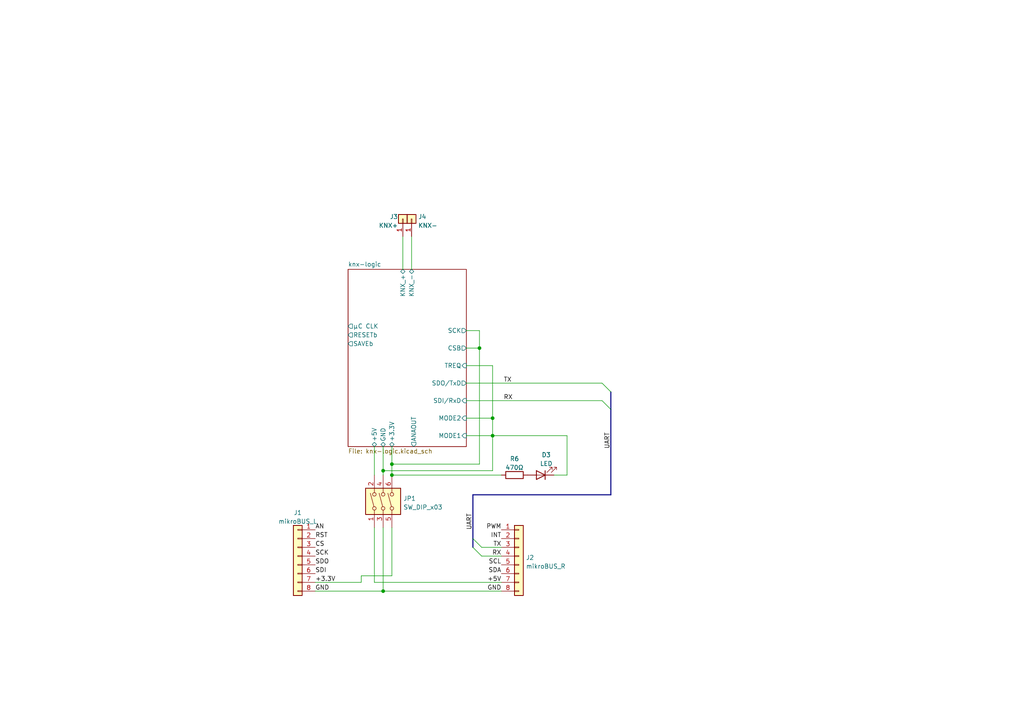
<source format=kicad_sch>
(kicad_sch (version 20211123) (generator eeschema)
  (paper "A4")
  (lib_symbols
    (symbol "Connector_Generic:Conn_01x01" (pin_names (offset 1.016) hide)
      (property "Reference" "J" (at 0 2.54 0))
      (property "Value" "Conn_01x01" (at 0 -2.54 0))
      (symbol "Conn_01x01_1_1"
        (rectangle (start -1.27 0.127) (end 0 -0.127) (stroke (width 0.1524)))
        (rectangle (start -1.27 1.27) (end 1.27 -1.27) (stroke (width 0.254)) (fill (type background)))
        (pin passive line (at -5.08 0 0) (length 3.81) (name "Pin_1") (number "1"))
      )
    )
    (symbol "Connector_Generic:Conn_01x08" (pin_names (offset 1.016) hide)
      (property "Reference" "J" (at 0 10.16 0))
      (property "Value" "Conn_01x08" (at 0 -12.7 0))
      (symbol "Conn_01x08_1_1"
        (rectangle (start -1.27 -10.033) (end 0 -10.287) (stroke (width 0.1524)))
        (rectangle (start -1.27 -7.493) (end 0 -7.747) (stroke (width 0.1524)))
        (rectangle (start -1.27 -4.953) (end 0 -5.207) (stroke (width 0.1524)))
        (rectangle (start -1.27 -2.413) (end 0 -2.667) (stroke (width 0.1524)))
        (rectangle (start -1.27 0.127) (end 0 -0.127) (stroke (width 0.1524)))
        (rectangle (start -1.27 2.667) (end 0 2.413) (stroke (width 0.1524)))
        (rectangle (start -1.27 5.207) (end 0 4.953) (stroke (width 0.1524)))
        (rectangle (start -1.27 7.747) (end 0 7.493) (stroke (width 0.1524)))
        (rectangle (start -1.27 8.89) (end 1.27 -11.43) (stroke (width 0.254)) (fill (type background)))
        (pin passive line (at -5.08 7.62 0) (length 3.81) (name "Pin_1") (number "1"))
        (pin passive line (at -5.08 5.08 0) (length 3.81) (name "Pin_2") (number "2"))
        (pin passive line (at -5.08 2.54 0) (length 3.81) (name "Pin_3") (number "3"))
        (pin passive line (at -5.08 0 0) (length 3.81) (name "Pin_4") (number "4"))
        (pin passive line (at -5.08 -2.54 0) (length 3.81) (name "Pin_5") (number "5"))
        (pin passive line (at -5.08 -5.08 0) (length 3.81) (name "Pin_6") (number "6"))
        (pin passive line (at -5.08 -7.62 0) (length 3.81) (name "Pin_7") (number "7"))
        (pin passive line (at -5.08 -10.16 0) (length 3.81) (name "Pin_8") (number "8"))
      )
    )
    (symbol "Device:LED" (pin_numbers hide) (pin_names (offset 1.016) hide)
      (property "Reference" "D" (at 0 2.54 0))
      (property "Value" "LED" (at 0 -2.54 0))
      (symbol "LED_0_1"
        (polyline (pts (xy -1.27 -1.27) (xy -1.27 1.27)) (stroke (width 0.254)))
        (polyline (pts (xy -1.27 0) (xy 1.27 0)))
        (polyline (pts (xy 1.27 -1.27) (xy 1.27 1.27) (xy -1.27 0) (xy 1.27 -1.27)) (stroke (width 0.254)))
        (polyline (pts (xy -3.048 -0.762) (xy -4.572 -2.286) (xy -3.81 -2.286) (xy -4.572 -2.286) (xy -4.572 -1.524)))
        (polyline (pts (xy -1.778 -0.762) (xy -3.302 -2.286) (xy -2.54 -2.286) (xy -3.302 -2.286) (xy -3.302 -1.524)))
      )
      (symbol "LED_1_1"
        (pin passive line (at -3.81 0 0) (length 2.54) (name "K") (number "1"))
        (pin passive line (at 3.81 0 180) (length 2.54) (name "A") (number "2"))
      )
    )
    (symbol "Device:R" (pin_numbers hide) (pin_names (offset 0))
      (property "Reference" "R" (at 2.032 0 90))
      (property "Value" "R" (at 0 0 90))
      (symbol "R_0_1"
        (rectangle (start -1.016 -2.54) (end 1.016 2.54) (stroke (width 0.254)))
      )
      (symbol "R_1_1"
        (pin passive line (at 0 3.81 270) (length 1.27) (name "~") (number "1"))
        (pin passive line (at 0 -3.81 90) (length 1.27) (name "~") (number "2"))
      )
    )
    (symbol "Switch_Pairwise:SW_DIP_x03_Pairwise" (pin_names (offset 0) hide)
      (property "Reference" "JP1" (at 3.302 0.8347 90))
      (property "Value" "SW_DIP_x03_Pairwise" (at 3.302 -1.7022 90))
      (symbol "SW_DIP_x03_Pairwise_0_0"
        (circle (center -2.032 0) (radius 0.508))
        (circle (center -2.032 2.54) (radius 0.508))
        (circle (center -2.032 5.08) (radius 0.508))
        (polyline (pts (xy -1.524 0.127) (xy 2.3622 1.1684)))
        (polyline (pts (xy -1.524 2.667) (xy 2.3622 3.7084)))
        (polyline (pts (xy -1.524 5.207) (xy 2.3622 6.2484)))
        (circle (center 2.032 0) (radius 0.508))
        (circle (center 2.032 2.54) (radius 0.508))
        (circle (center 2.032 5.08) (radius 0.508))
      )
      (symbol "SW_DIP_x03_Pairwise_0_1"
        (rectangle (start -3.81 7.62) (end 3.81 -2.54) (stroke (width 0.254)) (fill (type background)))
      )
      (symbol "SW_DIP_x03_Pairwise_1_1"
        (pin passive line (at -7.62 5.08 0) (length 5.08) (name "~") (number "1"))
        (pin passive line (at 7.62 5.08 180) (length 5.08) (name "~") (number "2"))
        (pin passive line (at -7.62 2.54 0) (length 5.08) (name "~") (number "3"))
        (pin passive line (at 7.62 2.54 180) (length 5.08) (name "~") (number "4"))
        (pin passive line (at -7.62 0 0) (length 5.08) (name "~") (number "5"))
        (pin passive line (at 7.62 0 180) (length 5.08) (name "~") (number "6"))
      )
    )
  )
  (junction (at 113.665 134.62))
  (junction (at 111.125 171.45))
  (junction (at 139.065 100.965))
  (junction (at 142.875 126.365))
  (junction (at 111.125 136.525))
  (junction (at 113.665 137.795))
  (junction (at 142.875 121.285))
  (bus_entry (at 174.625 111.125) (size 2.54 2.54))
  (bus_entry (at 174.625 116.205) (size 2.54 2.54))
  (bus_entry (at 137.16 158.75) (size 2.54 2.54))
  (bus_entry (at 137.16 156.21) (size 2.54 2.54))
  (bus (pts (xy 137.16 143.51) (xy 137.16 156.21)))
  (wire (pts (xy 145.415 171.45) (xy 111.125 171.45)))
  (wire (pts (xy 91.44 168.91) (xy 104.775 168.91)))
  (wire (pts (xy 113.665 153.035) (xy 113.665 167.005)))
  (wire (pts (xy 139.065 95.885) (xy 139.065 100.965)))
  (wire (pts (xy 108.585 153.035) (xy 108.585 168.91)))
  (wire (pts (xy 91.44 171.45) (xy 111.125 171.45)))
  (wire (pts (xy 104.775 167.005) (xy 104.775 168.91)))
  (bus (pts (xy 137.16 156.21) (xy 137.16 158.75)))
  (bus (pts (xy 177.165 118.745) (xy 177.165 143.51)))
  (wire (pts (xy 111.125 129.54) (xy 111.125 136.525)))
  (wire (pts (xy 142.875 126.365) (xy 142.875 136.525)))
  (bus (pts (xy 137.16 143.51) (xy 177.165 143.51)))
  (wire (pts (xy 116.84 68.58) (xy 116.84 78.105)))
  (wire (pts (xy 139.065 100.965) (xy 139.065 134.62)))
  (wire (pts (xy 119.38 68.58) (xy 119.38 78.105)))
  (wire (pts (xy 113.665 167.005) (xy 104.775 167.005)))
  (wire (pts (xy 142.875 121.285) (xy 142.875 126.365)))
  (wire (pts (xy 111.125 136.525) (xy 142.875 136.525)))
  (wire (pts (xy 113.665 134.62) (xy 113.665 137.795)))
  (wire (pts (xy 135.255 126.365) (xy 142.875 126.365)))
  (wire (pts (xy 139.7 161.29) (xy 145.415 161.29)))
  (wire (pts (xy 142.875 106.045) (xy 142.875 121.285)))
  (wire (pts (xy 113.665 137.795) (xy 145.415 137.795)))
  (wire (pts (xy 135.255 116.205) (xy 174.625 116.205)))
  (wire (pts (xy 139.7 158.75) (xy 145.415 158.75)))
  (wire (pts (xy 108.585 168.91) (xy 145.415 168.91)))
  (wire (pts (xy 135.255 111.125) (xy 174.625 111.125)))
  (wire (pts (xy 135.255 106.045) (xy 142.875 106.045)))
  (wire (pts (xy 139.065 134.62) (xy 113.665 134.62)))
  (wire (pts (xy 164.465 126.365) (xy 142.875 126.365)))
  (wire (pts (xy 135.255 121.285) (xy 142.875 121.285)))
  (wire (pts (xy 111.125 136.525) (xy 111.125 137.795)))
  (wire (pts (xy 135.255 95.885) (xy 139.065 95.885)))
  (wire (pts (xy 135.255 100.965) (xy 139.065 100.965)))
  (wire (pts (xy 113.665 129.54) (xy 113.665 134.62)))
  (bus (pts (xy 177.165 113.665) (xy 177.165 118.745)))
  (wire (pts (xy 164.465 137.795) (xy 164.465 126.365)))
  (wire (pts (xy 160.655 137.795) (xy 164.465 137.795)))
  (wire (pts (xy 111.125 153.035) (xy 111.125 171.45)))
  (wire (pts (xy 108.585 129.54) (xy 108.585 137.795)))
  (label "SCL" (at 145.415 163.83 180))
  (label "GND" (at 145.415 171.45 180))
  (label "+5V" (at 145.415 168.91 180))
  (label "INT" (at 145.415 156.21 180))
  (label "UART" (at 137.16 153.67 90))
  (label "+3.3V" (at 91.44 168.91 0))
  (label "SCK" (at 91.44 161.29 0))
  (label "SDI" (at 91.44 166.37 0))
  (label "RST" (at 91.44 156.21 0))
  (label "TX" (at 146.05 111.125 0))
  (label "RX" (at 146.05 116.205 0))
  (label "AN" (at 91.44 153.67 0))
  (label "CS" (at 91.44 158.75 0))
  (label "GND" (at 91.44 171.45 0))
  (label "SDA" (at 145.415 166.37 180))
  (label "PWM" (at 145.415 153.67 180))
  (label "UART" (at 177.165 130.175 90))
  (label "SDO" (at 91.44 163.83 0))
  (label "RX" (at 145.415 161.29 180))
  (label "TX" (at 145.415 158.75 180))
  (symbol (lib_id "Connector_Generic:Conn_01x08") (at 86.36 161.29 0) (mirror y) (unit 1)
    (property "Reference" "J1" (at 86.36 148.7002 0))
    (property "Value" "mikroBUS_L" (at 86.36 151.2371 0))
    (property "Footprint" "Connector_PinHeader_2.54mm:PinHeader_1x08_P2.54mm_Vertical" (effects hide))
  )
  (symbol (lib_id "Device:LED") (at 156.845 137.795 180) (unit 1)
    (property "Reference" "D3" (at 158.4325 131.9362 0))
    (property "Value" "LED" (at 158.4325 134.4731 0))
    (property "Footprint" "LED_SMD:LED_0805_2012Metric" (effects hide))
  )
  (symbol (lib_id "Device:R") (at 149.225 137.795 90) (unit 1)
    (property "Reference" "R6" (at 149.225 133.0792 90))
    (property "Value" "470Ω" (at 149.225 135.6161 90))
    (property "Footprint" "Resistor_SMD:R_0805_2012Metric" (effects hide))
  )
  (symbol (lib_id "Connector_Generic:Conn_01x01") (at 116.84 63.5 90) (unit 1)
    (property "Reference" "J3" (at 113.03 62.865 90) (effects (justify right)))
    (property "Value" "KNX+" (at 109.855 65.405 90) (effects (justify right)))
    (property "Footprint" "Connector_Pin:Pin_D1.0mm_L10.0mm" (effects hide))
  )
  (symbol (lib_id "Connector_Generic:Conn_01x01") (at 119.38 63.5 90) (unit 1)
    (property "Reference" "J4" (at 121.285 62.865 90) (effects (justify right)))
    (property "Value" "KNX-" (at 121.285 65.405 90) (effects (justify right)))
    (property "Footprint" "Connector_Pin:Pin_D1.0mm_L10.0mm" (effects hide))
  )
  (symbol (lib_id "Switch_Pairwise:SW_DIP_x03_Pairwise") (at 113.665 145.415 90) (unit 1)
    (property "Reference" "JP1" (at 116.967 144.5803 90) (effects (justify right)))
    (property "Value" "SW_DIP_x03" (at 116.967 147.1172 90) (effects (justify right)))
    (property "Footprint" "Connector_PinHeader_2.54mm:PinHeader_2x03_P2.54mm_Vertical" (effects hide))
  )
  (symbol (lib_id "Connector_Generic:Conn_01x08") (at 150.495 161.29 0) (unit 1)
    (property "Reference" "J2" (at 152.527 161.7253 0) (effects (justify left)))
    (property "Value" "mikroBUS_R" (at 152.527 164.2622 0) (effects (justify left)))
    (property "Footprint" "Connector_PinHeader_2.54mm:PinHeader_1x08_P2.54mm_Vertical" (effects hide))
  )
  (sheet (at 100.965 78.105) (size 34.29 51.435) (stroke (width 0.1524))
    (property "Sheet name" "knx-logic" (at 100.965 77.3934 0) (effects (justify left bottom)))
    (property "Sheet file" "knx-logic.kicad_sch" (at 100.965 130.1246 0) (effects (justify left top)))
    (pin "µC CLK" output (at 100.965 94.615 180))
    (pin "RESETb" output (at 100.965 97.155 180))
    (pin "SAVEb" output (at 100.965 99.695 180))
    (pin "KNX_+" bidirectional (at 116.84 78.105 90))
    (pin "KNX_-" bidirectional (at 119.38 78.105 90))
    (pin "GND" bidirectional (at 111.125 129.54 270))
    (pin "+3.3V" bidirectional (at 113.665 129.54 270))
    (pin "+5V" bidirectional (at 108.585 129.54 270))
    (pin "SDO{slash}TxD" output (at 135.255 111.125 0))
    (pin "SDI{slash}RxD" input (at 135.255 116.205 0))
    (pin "TREQ" input (at 135.255 106.045 0))
    (pin "CSB" output (at 135.255 100.965 0))
    (pin "SCK" output (at 135.255 95.885 0))
    (pin "ANAOUT" output (at 120.015 129.54 270))
    (pin "MODE1" input (at 135.255 126.365 0))
    (pin "MODE2" input (at 135.255 121.285 0))
  )
)
</source>
